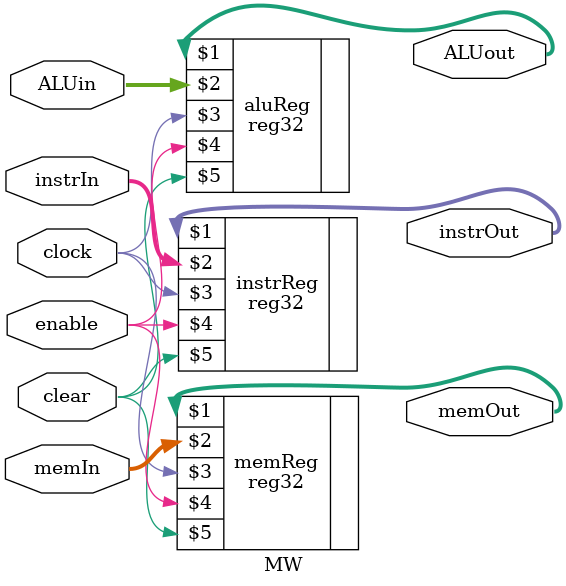
<source format=v>
module MW(instrIn, ALUin, memIn, instrOut, ALUout, memOut, clock, enable, clear);
	input clock, enable, clear;
	input [31:0] instrIn, ALUin, memIn;

	output [31:0] instrOut, ALUout, memOut;
	
	reg32 aluReg(ALUout, ALUin, clock, enable, clear);
	reg32 memReg(memOut, memIn, clock, enable, clear);
	reg32 instrReg(instrOut, instrIn, clock, enable, clear);
endmodule
</source>
